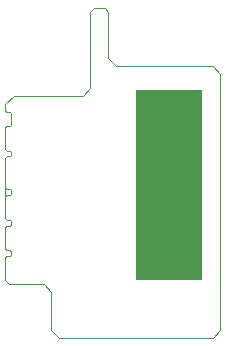
<source format=gbr>
G04 EAGLE Gerber X2 export*
G75*
%MOMM*%
%FSLAX34Y34*%
%LPD*%
%AMOC8*
5,1,8,0,0,1.08239X$1,22.5*%
G01*
%ADD10C,0.000000*%
%ADD11R,5.600000X16.150000*%


D10*
X0Y-36000D02*
X3000Y-39000D01*
X32500Y-39000D01*
X39000Y-45500D01*
X39000Y-78000D01*
X45500Y-84500D01*
X175500Y-84500D01*
X182000Y-78000D01*
X182000Y139000D01*
X175500Y145500D01*
X93500Y145500D01*
X87000Y152000D01*
X87000Y191500D01*
X84000Y194500D01*
X75000Y194500D01*
X72000Y191500D01*
X72000Y127000D01*
X65500Y120500D01*
X7000Y120500D01*
X0Y113500D01*
X0Y107500D01*
X0Y94000D02*
X0Y75000D01*
X1000Y74000D01*
X4000Y74000D01*
X5000Y73000D01*
X5000Y70000D02*
X4000Y69000D01*
X1000Y69000D01*
X0Y68000D01*
X5000Y70000D02*
X5000Y73000D01*
X0Y68000D02*
X0Y42500D01*
X1000Y41500D01*
X4000Y41500D01*
X5000Y40500D01*
X5000Y37500D02*
X4000Y36500D01*
X1000Y36500D01*
X0Y35500D01*
X5000Y37500D02*
X5000Y40500D01*
X0Y42000D02*
X0Y35500D01*
X0Y16500D02*
X1000Y15500D01*
X4000Y15500D01*
X5000Y14500D01*
X5000Y11500D02*
X4000Y10500D01*
X1000Y10500D01*
X0Y9500D01*
X5000Y11500D02*
X5000Y14500D01*
X0Y-16500D02*
X0Y-36000D01*
X0Y-9500D02*
X0Y9500D01*
X0Y16500D02*
X0Y35500D01*
X0Y-9500D02*
X1000Y-10500D01*
X4000Y-10500D02*
X5000Y-11500D01*
X4000Y-10500D02*
X1000Y-10500D01*
X5000Y-11500D02*
X5000Y-14500D01*
X4000Y-15500D01*
X1000Y-15500D01*
X0Y-16500D01*
X1000Y106500D02*
X0Y107500D01*
X1000Y106500D02*
X4000Y106500D01*
X5000Y105500D01*
X5000Y96000D01*
X4000Y95000D01*
X1000Y95000D01*
X0Y94000D01*
D11*
X138500Y44750D03*
M02*

</source>
